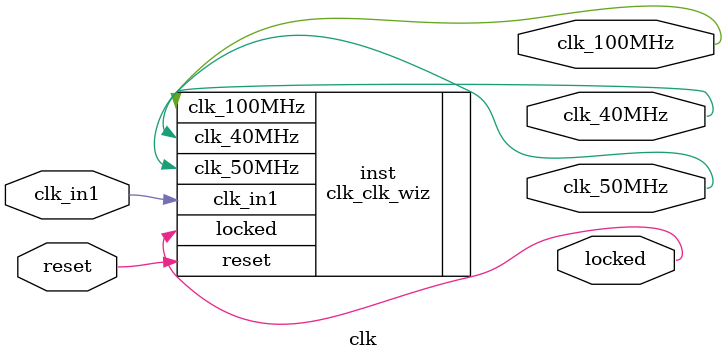
<source format=v>


`timescale 1ps/1ps

(* CORE_GENERATION_INFO = "clk,clk_wiz_v5_4_2_0,{component_name=clk,use_phase_alignment=true,use_min_o_jitter=false,use_max_i_jitter=false,use_dyn_phase_shift=false,use_inclk_switchover=false,use_dyn_reconfig=false,enable_axi=0,feedback_source=FDBK_AUTO,PRIMITIVE=MMCM,num_out_clk=3,clkin1_period=10.000,clkin2_period=10.000,use_power_down=false,use_reset=true,use_locked=true,use_inclk_stopped=false,feedback_type=SINGLE,CLOCK_MGR_TYPE=NA,manual_override=false}" *)

module clk 
 (
  // Clock out ports
  output        clk_100MHz,
  output        clk_40MHz,
  output        clk_50MHz,
  // Status and control signals
  input         reset,
  output        locked,
 // Clock in ports
  input         clk_in1
 );

  clk_clk_wiz inst
  (
  // Clock out ports  
  .clk_100MHz(clk_100MHz),
  .clk_40MHz(clk_40MHz),
  .clk_50MHz(clk_50MHz),
  // Status and control signals               
  .reset(reset), 
  .locked(locked),
 // Clock in ports
  .clk_in1(clk_in1)
  );

endmodule

</source>
